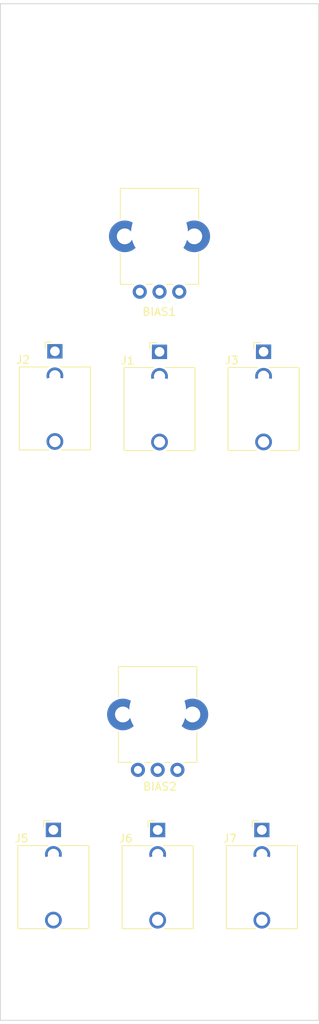
<source format=kicad_pcb>
(kicad_pcb (version 20221018) (generator pcbnew)
  (layers (0 "F.Cu" signal) (31 "B.Cu" signal) (34 "B.Paste" user) (35 "F.Paste" user) (36 "B.SilkS" user "B.Silkscreen") (37 "F.SilkS" user "F.Silkscreen") (38 "B.Mask" user) (39 "F.Mask" user) (44 "Edge.Cuts" user))
  (net 0 "")
  (net 1 "GND")
  (net 2 "/IN1")
  (net 3 "/CV_IN1")
  (net 4 "/OUT1")
  (net 6 "/CV_IN2")
  (net 7 "/IN2")
  (net 8 "/OUT2")
  (net 10 "/VD1")
  (net 11 "/WIP1")
  (net 12 "/VD2")
  (net 13 "/WIP2")
  (footprint "Connector_Audio:Jack_3.5mm_QingPu_WQP-PJ398SM_Vertical_CircularHoles" (layer "F.Cu") (at 141.455 93.5)
    (fp_text reference "J1" (at -4.03 1.08 180) (layer "F.SilkS"))
    (fp_text value "IN1")
    (fp_line (start -4.5 1.98) (end -4.5 12.48) (stroke (width 0.12)) (layer "F.SilkS"))
    (fp_line (start -1.23 -1.17) (end -1.23 -0.37) (stroke (width 0.12)) (layer "F.SilkS"))
    (fp_line (start -1.23 -1.17) (end -0.37 -1.17) (stroke (width 0.12)) (layer "F.SilkS"))
    (fp_line (start -0.8 12.48) (end -4.5 12.48) (stroke (width 0.12)) (layer "F.SilkS"))
    (fp_line (start -0.72 1.98) (end -4.5 1.98) (stroke (width 0.12)) (layer "F.SilkS"))
    (fp_line (start 4.5 1.98) (end 0.72 1.98) (stroke (width 0.12)) (layer "F.SilkS"))
    (fp_line (start 4.5 1.98) (end 4.5 12.48) (stroke (width 0.12)) (layer "F.SilkS"))
    (fp_line (start 4.5 12.48) (end 0.8 12.48) (stroke (width 0.12)) (layer "F.SilkS"))
    (fp_circle (center 0 6.48) (end 1.8 6.48) (stroke (width 0.12)) (fill none) (layer "F.SilkS"))
    (pad "S" thru_hole rect (at 0 0 180) (size 1.93 1.83) (drill 1.22) (layers "*.Cu" "*.Mask") (net 1 "GND"))
    (pad "T" thru_hole circle (at 0 11.4 180) (size 2.13 2.13) (drill 1.43) (layers "*.Cu" "*.Mask") (net 2 "/IN1"))
    (pad "TN" thru_hole circle (at 0 3.1 180) (size 2.13 2.13) (drill 1.42) (layers "*.Cu" "*.Mask") (net 1 "GND"))
  )
  (footprint "Custom_Footprints:Alpha_9mm_Potentiometer_Aligned" (layer "F.Cu") (at 141.22 138.84)
    (fp_text reference "BIAS2" (at 0.28 9.61) (layer "F.SilkS"))
    (fp_text value "100k")
    (fp_line (start -4.961 -5.56) (end 4.96 -5.56) (stroke (width 0.12)) (layer "F.SilkS"))
    (fp_line (start -4.961 -1.695) (end -4.961 -5.56) (stroke (width 0.12)) (layer "F.SilkS"))
    (fp_line (start -4.961 6.56) (end -4.961 2.694) (stroke (width 0.12)) (layer "F.SilkS"))
    (fp_line (start -4.961 6.56) (end -3.325 6.56) (stroke (width 0.12)) (layer "F.SilkS"))
    (fp_line (start -1.675 6.56) (end -0.825 6.56) (stroke (width 0.12)) (layer "F.SilkS"))
    (fp_line (start 0.825 6.56) (end 1.675 6.56) (stroke (width 0.12)) (layer "F.SilkS"))
    (fp_line (start 3.325 6.56) (end 4.96 6.56) (stroke (width 0.12)) (layer "F.SilkS"))
    (fp_line (start 4.96 -1.695) (end 4.96 -5.56) (stroke (width 0.12)) (layer "F.SilkS"))
    (fp_line (start 4.96 6.56) (end 4.96 2.694) (stroke (width 0.12)) (layer "F.SilkS"))
    (fp_arc (start -2.762432 -1.171982) (mid -0.000553 -3.000762) (end 2.762 -1.173) (stroke (width 0.12)) (layer "F.SilkS"))
    (fp_arc (start 2.297753 1.928295) (mid -0.000192 2.999665) (end -2.298 1.928) (stroke (width 0.12)) (layer "F.SilkS"))
    (pad "" np_thru_hole circle (at -4.4 0.5 90) (size 4 4) (drill 2) (layers "*.Cu" "*.Mask"))
    (pad "" np_thru_hole circle (at 4.4 0.5 90) (size 4 4) (drill 2) (layers "*.Cu" "*.Mask"))
    (pad "1" thru_hole circle (at -2.5 7.5 90) (size 1.8 1.8) (drill 1) (layers "*.Cu" "*.Mask") (net 1 "GND"))
    (pad "2" thru_hole circle (at 0 7.5 90) (size 1.8 1.8) (drill 1) (layers "*.Cu" "*.Mask") (net 13 "/WIP2"))
    (pad "3" thru_hole circle (at 2.5 7.5 90) (size 1.8 1.8) (drill 1) (layers "*.Cu" "*.Mask") (net 12 "/VD2"))
  )
  (footprint "Custom_Footprints:Sub_Miniature_Switch_MountingHole_3.5mm" (layer "F.Cu") (at 141.22 160.42)
    (fp_text reference "Ref**" hide)
    (fp_text value "Subminiature_Switch" hide)
    (pad "" np_thru_hole circle (at 0 0) (size 6.4 6.4) (drill 6.4) (layers "F&B.Cu" "*.Mask"))
  )
  (footprint "Custom_Footprints:Sub_Miniature_Switch_MountingHole_3.5mm" (layer "F.Cu") (at 154.63 99.97)
    (fp_text reference "Ref**" hide)
    (fp_text value "Subminiature_Switch" hide)
    (pad "" np_thru_hole circle (at 0 0) (size 6.4 6.4) (drill 6.4) (layers "F&B.Cu" "*.Mask"))
  )
  (footprint "Custom_Footprints:Sub_Miniature_Switch_MountingHole_3.5mm" (layer "F.Cu") (at 128.21 99.91)
    (fp_text reference "Ref**" hide)
    (fp_text value "Subminiature_Switch" hide)
    (pad "" np_thru_hole circle (at 0 0) (size 6.4 6.4) (drill 6.4) (layers "F&B.Cu" "*.Mask"))
  )
  (footprint "Custom_Footprints:Sub_Miniature_Switch_MountingHole_3.5mm" (layer "F.Cu") (at 141.455 99.98)
    (fp_text reference "Ref**" hide)
    (fp_text value "Subminiature_Switch" hide)
    (pad "" np_thru_hole circle (at 0 0) (size 6.4 6.4) (drill 6.4) (layers "F&B.Cu" "*.Mask"))
  )
  (footprint "Connector_Audio:Jack_3.5mm_QingPu_WQP-PJ398SM_Vertical_CircularHoles" (layer "F.Cu") (at 128.21 93.43)
    (fp_text reference "J2" (at -4.03 1.08) (layer "F.SilkS"))
    (fp_text value "CV1")
    (fp_line (start -4.5 1.98) (end -4.5 12.48) (stroke (width 0.12)) (layer "F.SilkS"))
    (fp_line (start -1.23 -1.17) (end -1.23 -0.37) (stroke (width 0.12)) (layer "F.SilkS"))
    (fp_line (start -1.23 -1.17) (end -0.37 -1.17) (stroke (width 0.12)) (layer "F.SilkS"))
    (fp_line (start -0.8 12.48) (end -4.5 12.48) (stroke (width 0.12)) (layer "F.SilkS"))
    (fp_line (start -0.72 1.98) (end -4.5 1.98) (stroke (width 0.12)) (layer "F.SilkS"))
    (fp_line (start 4.5 1.98) (end 0.72 1.98) (stroke (width 0.12)) (layer "F.SilkS"))
    (fp_line (start 4.5 1.98) (end 4.5 12.48) (stroke (width 0.12)) (layer "F.SilkS"))
    (fp_line (start 4.5 12.48) (end 0.8 12.48) (stroke (width 0.12)) (layer "F.SilkS"))
    (fp_circle (center 0 6.48) (end 1.8 6.48) (stroke (width 0.12)) (fill none) (layer "F.SilkS"))
    (pad "S" thru_hole rect (at 0 0 180) (size 1.93 1.83) (drill 1.22) (layers "*.Cu" "*.Mask") (net 1 "GND"))
    (pad "T" thru_hole circle (at 0 11.4 180) (size 2.13 2.13) (drill 1.43) (layers "*.Cu" "*.Mask") (net 3 "/CV_IN1"))
    (pad "TN" thru_hole circle (at 0 3.1 180) (size 2.13 2.13) (drill 1.42) (layers "*.Cu" "*.Mask") (net 1 "GND"))
  )
  (footprint "Connector_Audio:Jack_3.5mm_QingPu_WQP-PJ398SM_Vertical_CircularHoles" (layer "F.Cu") (at 141.22 153.94)
    (fp_text reference "J6" (at -4.03 1.08 180) (layer "F.SilkS"))
    (fp_text value "IN2")
    (fp_line (start -4.5 1.98) (end -4.5 12.48) (stroke (width 0.12)) (layer "F.SilkS"))
    (fp_line (start -1.23 -1.17) (end -1.23 -0.37) (stroke (width 0.12)) (layer "F.SilkS"))
    (fp_line (start -1.23 -1.17) (end -0.37 -1.17) (stroke (width 0.12)) (layer "F.SilkS"))
    (fp_line (start -0.8 12.48) (end -4.5 12.48) (stroke (width 0.12)) (layer "F.SilkS"))
    (fp_line (start -0.72 1.98) (end -4.5 1.98) (stroke (width 0.12)) (layer "F.SilkS"))
    (fp_line (start 4.5 1.98) (end 0.72 1.98) (stroke (width 0.12)) (layer "F.SilkS"))
    (fp_line (start 4.5 1.98) (end 4.5 12.48) (stroke (width 0.12)) (layer "F.SilkS"))
    (fp_line (start 4.5 12.48) (end 0.8 12.48) (stroke (width 0.12)) (layer "F.SilkS"))
    (fp_circle (center 0 6.48) (end 1.8 6.48) (stroke (width 0.12)) (fill none) (layer "F.SilkS"))
    (pad "S" thru_hole rect (at 0 0 180) (size 1.93 1.83) (drill 1.22) (layers "*.Cu" "*.Mask") (net 1 "GND"))
    (pad "T" thru_hole circle (at 0 11.4 180) (size 2.13 2.13) (drill 1.43) (layers "*.Cu" "*.Mask") (net 7 "/IN2"))
    (pad "TN" thru_hole circle (at 0 3.1 180) (size 2.13 2.13) (drill 1.42) (layers "*.Cu" "*.Mask") (net 2 "/IN1"))
  )
  (footprint "Custom_Footprints:Alpha_9mm_Potentiometer_Aligned" (layer "F.Cu") (at 141.455 78.4)
    (fp_text reference "BIAS1" (at -0.04 10.04) (layer "F.SilkS"))
    (fp_text value "100k")
    (fp_line (start -4.961 -5.56) (end 4.96 -5.56) (stroke (width 0.12)) (layer "F.SilkS"))
    (fp_line (start -4.961 -1.695) (end -4.961 -5.56) (stroke (width 0.12)) (layer "F.SilkS"))
    (fp_line (start -4.961 6.56) (end -4.961 2.694) (stroke (width 0.12)) (layer "F.SilkS"))
    (fp_line (start -4.961 6.56) (end -3.325 6.56) (stroke (width 0.12)) (layer "F.SilkS"))
    (fp_line (start -1.675 6.56) (end -0.825 6.56) (stroke (width 0.12)) (layer "F.SilkS"))
    (fp_line (start 0.825 6.56) (end 1.675 6.56) (stroke (width 0.12)) (layer "F.SilkS"))
    (fp_line (start 3.325 6.56) (end 4.96 6.56) (stroke (width 0.12)) (layer "F.SilkS"))
    (fp_line (start 4.96 -1.695) (end 4.96 -5.56) (stroke (width 0.12)) (layer "F.SilkS"))
    (fp_line (start 4.96 6.56) (end 4.96 2.694) (stroke (width 0.12)) (layer "F.SilkS"))
    (fp_arc (start -2.762432 -1.171982) (mid -0.000553 -3.000762) (end 2.762 -1.173) (stroke (width 0.12)) (layer "F.SilkS"))
    (fp_arc (start 2.297753 1.928295) (mid -0.000192 2.999665) (end -2.298 1.928) (stroke (width 0.12)) (layer "F.SilkS"))
    (pad "" np_thru_hole circle (at -4.4 0.5 90) (size 4 4) (drill 2) (layers "*.Cu" "*.Mask"))
    (pad "" np_thru_hole circle (at 4.4 0.5 90) (size 4 4) (drill 2) (layers "*.Cu" "*.Mask"))
    (pad "1" thru_hole circle (at -2.5 7.5 90) (size 1.8 1.8) (drill 1) (layers "*.Cu" "*.Mask") (net 1 "GND"))
    (pad "2" thru_hole circle (at 0 7.5 90) (size 1.8 1.8) (drill 1) (layers "*.Cu" "*.Mask") (net 11 "/WIP1"))
    (pad "3" thru_hole circle (at 2.5 7.5 90) (size 1.8 1.8) (drill 1) (layers "*.Cu" "*.Mask") (net 10 "/VD1"))
  )
  (footprint "Custom_Footprints:Sub_Miniature_Switch_MountingHole_3.5mm" (layer "F.Cu") (at 128.02 160.41)
    (fp_text reference "Ref**" hide)
    (fp_text value "Subminiature_Switch" hide)
    (pad "" np_thru_hole circle (at 0 0) (size 6.4 6.4) (drill 6.4) (layers "F&B.Cu" "*.Mask"))
  )
  (footprint "MountingHole:MountingHole_3.2mm_M3" (layer "F.Cu") (at 154.21 175)
    (fp_text reference "REF**" hide)
    (fp_text value "MountingHole_3.2mm_M3" hide)
    (pad "" np_thru_hole oval (at 0 0) (size 7 3.2) (drill oval 7 3.2) (layers "F&B.Cu" "*.Mask"))
  )
  (footprint "MountingHole:MountingHole_3.2mm_M3" (layer "F.Cu") (at 128.81 52.5)
    (fp_text reference "REF**" hide)
    (fp_text value "MountingHole_3.2mm_M3" hide)
    (pad "" np_thru_hole oval (at 0 0) (size 7 3.2) (drill oval 7 3.2) (layers "F&B.Cu" "*.Mask"))
  )
  (footprint "" (layer "F.Cu") (at 141.455 78.4)
    (fp_text reference "" (at 0 0) (layer "F.SilkS") (effects (font (size 1.27 1.27))))
    (fp_text value "" (at 0 0) (layer "F.SilkS") (effects (font (size 1.27 1.27))))
    (pad "" np_thru_hole circle (at 0 0) (size 7.2 7.2) (drill 7.2) (layers "F&B.Cu" "*.Mask"))
  )
  (footprint "MountingHole:MountingHole_3.2mm_M3" (layer "F.Cu") (at 128.81 175)
    (fp_text reference "REF**" hide)
    (fp_text value "MountingHole_3.2mm_M3" hide)
    (pad "" np_thru_hole oval (at 0 0) (size 7 3.2) (drill oval 7 3.2) (layers "F&B.Cu" "*.Mask"))
  )
  (footprint "Connector_Audio:Jack_3.5mm_QingPu_WQP-PJ398SM_Vertical_CircularHoles" (layer "F.Cu") (at 154.41 153.94)
    (fp_text reference "J7" (at -4.03 1.08 180) (layer "F.SilkS"))
    (fp_text value "OUT2")
    (fp_line (start -4.5 1.98) (end -4.5 12.48) (stroke (width 0.12)) (layer "F.SilkS"))
    (fp_line (start -1.23 -1.17) (end -1.23 -0.37) (stroke (width 0.12)) (layer "F.SilkS"))
    (fp_line (start -1.23 -1.17) (end -0.37 -1.17) (stroke (width 0.12)) (layer "F.SilkS"))
    (fp_line (start -0.8 12.48) (end -4.5 12.48) (stroke (width 0.12)) (layer "F.SilkS"))
    (fp_line (start -0.72 1.98) (end -4.5 1.98) (stroke (width 0.12)) (layer "F.SilkS"))
    (fp_line (start 4.5 1.98) (end 0.72 1.98) (stroke (width 0.12)) (layer "F.SilkS"))
    (fp_line (start 4.5 1.98) (end 4.5 12.48) (stroke (width 0.12)) (layer "F.SilkS"))
    (fp_line (start 4.5 12.48) (end 0.8 12.48) (stroke (width 0.12)) (layer "F.SilkS"))
    (fp_circle (center 0 6.48) (end 1.8 6.48) (stroke (width 0.12)) (fill none) (layer "F.SilkS"))
    (pad "S" thru_hole rect (at 0 0 180) (size 1.93 1.83) (drill 1.22) (layers "*.Cu" "*.Mask") (net 1 "GND"))
    (pad "T" thru_hole circle (at 0 11.4 180) (size 2.13 2.13) (drill 1.43) (layers "*.Cu" "*.Mask") (net 8 "/OUT2"))
    (pad "TN" thru_hole circle (at 0 3.1 180) (size 2.13 2.13) (drill 1.42) (layers "*.Cu" "*.Mask"))
  )
  (footprint "" (layer "F.Cu") (at 141.22 138.84)
    (fp_text reference "" (at 0 0) (layer "F.SilkS") (effects (font (size 1.27 1.27))))
    (fp_text value "" (at 0 0) (layer "F.SilkS") (effects (font (size 1.27 1.27))))
    (pad "" np_thru_hole circle (at 0 0) (size 7.2 7.2) (drill 7.2) (layers "F&B.Cu" "*.Mask"))
  )
  (footprint "Connector_Audio:Jack_3.5mm_QingPu_WQP-PJ398SM_Vertical_CircularHoles" (layer "F.Cu") (at 154.63 93.49)
    (fp_text reference "J3" (at -4.03 1.08) (layer "F.SilkS"))
    (fp_text value "OUT1")
    (fp_line (start -4.5 1.98) (end -4.5 12.48) (stroke (width 0.12)) (layer "F.SilkS"))
    (fp_line (start -1.23 -1.17) (end -1.23 -0.37) (stroke (width 0.12)) (layer "F.SilkS"))
    (fp_line (start -1.23 -1.17) (end -0.37 -1.17) (stroke (width 0.12)) (layer "F.SilkS"))
    (fp_line (start -0.8 12.48) (end -4.5 12.48) (stroke (width 0.12)) (layer "F.SilkS"))
    (fp_line (start -0.72 1.98) (end -4.5 1.98) (stroke (width 0.12)) (layer "F.SilkS"))
    (fp_line (start 4.5 1.98) (end 0.72 1.98) (stroke (width 0.12)) (layer "F.SilkS"))
    (fp_line (start 4.5 1.98) (end 4.5 12.48) (stroke (width 0.12)) (layer "F.SilkS"))
    (fp_line (start 4.5 12.48) (end 0.8 12.48) (stroke (width 0.12)) (layer "F.SilkS"))
    (fp_circle (center 0 6.48) (end 1.8 6.48) (stroke (width 0.12)) (fill none) (layer "F.SilkS"))
    (pad "S" thru_hole rect (at 0 0 180) (size 1.93 1.83) (drill 1.22) (layers "*.Cu" "*.Mask") (net 1 "GND"))
    (pad "T" thru_hole circle (at 0 11.4 180) (size 2.13 2.13) (drill 1.43) (layers "*.Cu" "*.Mask") (net 4 "/OUT1"))
    (pad "TN" thru_hole circle (at 0 3.1 180) (size 2.13 2.13) (drill 1.42) (layers "*.Cu" "*.Mask"))
  )
  (footprint "Custom_Footprints:Sub_Miniature_Switch_MountingHole_3.5mm" (layer "F.Cu") (at 154.41 160.42)
    (fp_text reference "Ref**" hide)
    (fp_text value "Subminiature_Switch" hide)
    (pad "" np_thru_hole circle (at 0 0) (size 6.4 6.4) (drill 6.4) (layers "F&B.Cu" "*.Mask"))
  )
  (footprint "Connector_Audio:Jack_3.5mm_QingPu_WQP-PJ398SM_Vertical_CircularHoles" (layer "F.Cu") (at 128.02 153.93)
    (fp_text reference "J5" (at -4.03 1.08 180) (layer "F.SilkS"))
    (fp_text value "CV2")
    (fp_line (start -4.5 1.98) (end -4.5 12.48) (stroke (width 0.12)) (layer "F.SilkS"))
    (fp_line (start -1.23 -1.17) (end -1.23 -0.37) (stroke (width 0.12)) (layer "F.SilkS"))
    (fp_line (start -1.23 -1.17) (end -0.37 -1.17) (stroke (width 0.12)) (layer "F.SilkS"))
    (fp_line (start -0.8 12.48) (end -4.5 12.48) (stroke (width 0.12)) (layer "F.SilkS"))
    (fp_line (start -0.72 1.98) (end -4.5 1.98) (stroke (width 0.12)) (layer "F.SilkS"))
    (fp_line (start 4.5 1.98) (end 0.72 1.98) (stroke (width 0.12)) (layer "F.SilkS"))
    (fp_line (start 4.5 1.98) (end 4.5 12.48) (stroke (width 0.12)) (layer "F.SilkS"))
    (fp_line (start 4.5 12.48) (end 0.8 12.48) (stroke (width 0.12)) (layer "F.SilkS"))
    (fp_circle (center 0 6.48) (end 1.8 6.48) (stroke (width 0.12)) (fill none) (layer "F.SilkS"))
    (pad "S" thru_hole rect (at 0 0 180) (size 1.93 1.83) (drill 1.22) (layers "*.Cu" "*.Mask") (net 1 "GND"))
    (pad "T" thru_hole circle (at 0 11.4 180) (size 2.13 2.13) (drill 1.43) (layers "*.Cu" "*.Mask") (net 6 "/CV_IN2"))
    (pad "TN" thru_hole circle (at 0 3.1 180) (size 2.13 2.13) (drill 1.42) (layers "*.Cu" "*.Mask") (net 3 "/CV_IN1"))
  )
  (footprint "MountingHole:MountingHole_3.2mm_M3" (layer "F.Cu") (at 154.21 52.5)
    (fp_text reference "REF**" hide)
    (fp_text value "MountingHole_3.2mm_M3" hide)
    (pad "" np_thru_hole oval (at 0 0) (size 7 3.2) (drill oval 7 3.2) (layers "F&B.Cu" "*.Mask"))
  )
  (gr_line (start 121.31 49.5) (end 161.61 49.5) (stroke (width 0.1)) (layer "Edge.Cuts"))
  (gr_line (start 161.61 49.5) (end 161.61 178) (stroke (width 0.1)) (layer "Edge.Cuts"))
  (gr_line (start 161.61 178) (end 121.31 178) (stroke (width 0.1)) (layer "Edge.Cuts"))
  (gr_line (start 121.31 178) (end 121.31 49.5) (stroke (width 0.1)) (layer "Edge.Cuts"))
)
</source>
